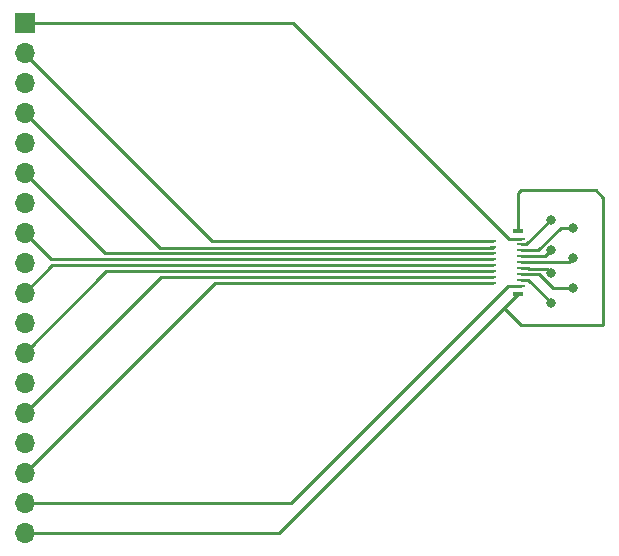
<source format=gtl>
G04 #@! TF.GenerationSoftware,KiCad,Pcbnew,(5.1.8)-1*
G04 #@! TF.CreationDate,2021-03-29T09:45:07+03:00*
G04 #@! TF.ProjectId,adapter,61646170-7465-4722-9e6b-696361645f70,rev?*
G04 #@! TF.SameCoordinates,Original*
G04 #@! TF.FileFunction,Copper,L1,Top*
G04 #@! TF.FilePolarity,Positive*
%FSLAX46Y46*%
G04 Gerber Fmt 4.6, Leading zero omitted, Abs format (unit mm)*
G04 Created by KiCad (PCBNEW (5.1.8)-1) date 2021-03-29 09:45:07*
%MOMM*%
%LPD*%
G01*
G04 APERTURE LIST*
G04 #@! TA.AperFunction,SMDPad,CuDef*
%ADD10R,0.720000X0.250000*%
G04 #@! TD*
G04 #@! TA.AperFunction,SMDPad,CuDef*
%ADD11R,0.570000X0.250000*%
G04 #@! TD*
G04 #@! TA.AperFunction,SMDPad,CuDef*
%ADD12R,0.950000X0.400000*%
G04 #@! TD*
G04 #@! TA.AperFunction,ComponentPad*
%ADD13R,1.700000X1.700000*%
G04 #@! TD*
G04 #@! TA.AperFunction,ComponentPad*
%ADD14O,1.700000X1.700000*%
G04 #@! TD*
G04 #@! TA.AperFunction,ViaPad*
%ADD15C,0.800000*%
G04 #@! TD*
G04 #@! TA.AperFunction,Conductor*
%ADD16C,0.250000*%
G04 #@! TD*
G04 APERTURE END LIST*
D10*
X183537000Y-89186000D03*
D11*
X181132000Y-89436000D03*
D10*
X183537000Y-89686000D03*
D11*
X181132000Y-89936000D03*
D10*
X183537000Y-90186000D03*
D11*
X181132000Y-90436000D03*
D10*
X183537000Y-90686000D03*
D11*
X181132000Y-90936000D03*
D10*
X183537000Y-91186000D03*
D11*
X181132000Y-91436000D03*
D10*
X183537000Y-91686000D03*
D11*
X181132000Y-91936000D03*
D10*
X183537000Y-92186000D03*
D11*
X181132000Y-92436000D03*
D10*
X183537000Y-92686000D03*
D11*
X181132000Y-92936000D03*
D10*
X183537000Y-93186000D03*
D12*
X183272000Y-93856000D03*
X183272000Y-88516000D03*
D13*
X141525001Y-70913001D03*
D14*
X141525001Y-73453001D03*
X141525001Y-75993001D03*
X141525001Y-78533001D03*
X141525001Y-81073001D03*
X141525001Y-83613001D03*
X141525001Y-86153001D03*
X141525001Y-88693001D03*
X141525001Y-91233001D03*
X141525001Y-93773001D03*
X141525001Y-96313001D03*
X141525001Y-98853001D03*
X141525001Y-101393001D03*
X141525001Y-103933001D03*
X141525001Y-106473001D03*
X141525001Y-109013001D03*
X141525001Y-111553001D03*
X141525001Y-114093001D03*
D15*
X186055000Y-87630000D03*
X187960000Y-88265000D03*
X186055000Y-90170000D03*
X187960000Y-90805000D03*
X186055000Y-92075000D03*
X187960000Y-93345000D03*
X186055000Y-94615000D03*
D16*
X164258001Y-70913001D02*
X141525001Y-70913001D01*
X182531000Y-89186000D02*
X164258001Y-70913001D01*
X183537000Y-89186000D02*
X182531000Y-89186000D01*
X141525001Y-73453001D02*
X141525001Y-73580001D01*
X157381000Y-89436000D02*
X181132000Y-89436000D01*
X141525001Y-73580001D02*
X157381000Y-89436000D01*
X183513000Y-89662000D02*
X183537000Y-89686000D01*
X183999000Y-89686000D02*
X186055000Y-87630000D01*
X183537000Y-89686000D02*
X183999000Y-89686000D01*
X181132000Y-89936000D02*
X181132000Y-89985999D01*
X152977999Y-89985999D02*
X141525001Y-78533001D01*
X181132000Y-89985999D02*
X152977999Y-89985999D01*
X186886998Y-88265000D02*
X187960000Y-88265000D01*
X184965998Y-90186000D02*
X186886998Y-88265000D01*
X183537000Y-90186000D02*
X184965998Y-90186000D01*
X148348000Y-90436000D02*
X141525001Y-83613001D01*
X181132000Y-90436000D02*
X148348000Y-90436000D01*
X185588990Y-90636010D02*
X186055000Y-90170000D01*
X184196990Y-90636010D02*
X185588990Y-90636010D01*
X184147000Y-90686000D02*
X184196990Y-90636010D01*
X183537000Y-90686000D02*
X184147000Y-90686000D01*
X143768000Y-90936000D02*
X141525001Y-88693001D01*
X181132000Y-90936000D02*
X143768000Y-90936000D01*
X187579000Y-91186000D02*
X187960000Y-90805000D01*
X183537000Y-91186000D02*
X187579000Y-91186000D01*
X143862002Y-91436000D02*
X141525001Y-93773001D01*
X181132000Y-91436000D02*
X143862002Y-91436000D01*
X185715990Y-91735990D02*
X186055000Y-92075000D01*
X184196990Y-91735990D02*
X185715990Y-91735990D01*
X184147000Y-91686000D02*
X184196990Y-91735990D01*
X183537000Y-91686000D02*
X184147000Y-91686000D01*
X148442002Y-91936000D02*
X141525001Y-98853001D01*
X181132000Y-91936000D02*
X148442002Y-91936000D01*
X186251998Y-93345000D02*
X187960000Y-93345000D01*
X185092998Y-92186000D02*
X186251998Y-93345000D01*
X183537000Y-92186000D02*
X185092998Y-92186000D01*
X153022002Y-92436000D02*
X141525001Y-103933001D01*
X181132000Y-92436000D02*
X153022002Y-92436000D01*
X186055000Y-94594000D02*
X186055000Y-94615000D01*
X184147000Y-92686000D02*
X186055000Y-94594000D01*
X183537000Y-92686000D02*
X184147000Y-92686000D01*
X157602002Y-92936000D02*
X141525001Y-109013001D01*
X181132000Y-92936000D02*
X157602002Y-92936000D01*
X161496999Y-111553001D02*
X141525001Y-111553001D01*
X164036999Y-111553001D02*
X161496999Y-111553001D01*
X182404000Y-93186000D02*
X164036999Y-111553001D01*
X183537000Y-93186000D02*
X182404000Y-93186000D01*
X163034999Y-114093001D02*
X141525001Y-114093001D01*
X183515000Y-96520000D02*
X182061500Y-95066500D01*
X190500000Y-96520000D02*
X183515000Y-96520000D01*
X190500000Y-85725000D02*
X190500000Y-96520000D01*
X189865000Y-85090000D02*
X190500000Y-85725000D01*
X183515000Y-85090000D02*
X189865000Y-85090000D01*
X183272000Y-85333000D02*
X183515000Y-85090000D01*
X183272000Y-88516000D02*
X183272000Y-85333000D01*
X182061500Y-95066500D02*
X163034999Y-114093001D01*
X183272000Y-93856000D02*
X182061500Y-95066500D01*
M02*

</source>
